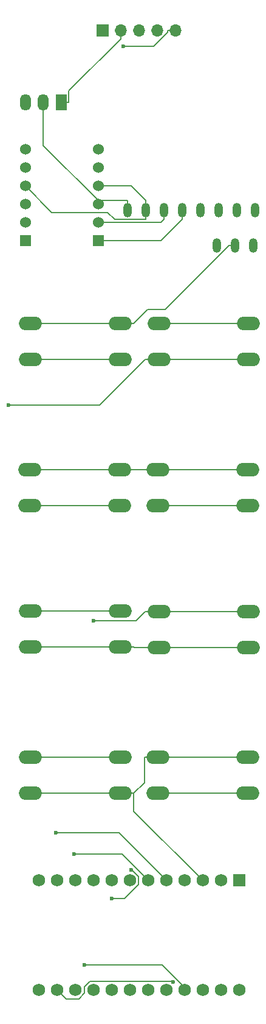
<source format=gbr>
%TF.GenerationSoftware,KiCad,Pcbnew,8.0.6*%
%TF.CreationDate,2025-02-23T20:10:21-06:00*%
%TF.ProjectId,fullycustomcontrolle one hand,66756c6c-7963-4757-9374-6f6d636f6e74,rev?*%
%TF.SameCoordinates,Original*%
%TF.FileFunction,Copper,L2,Bot*%
%TF.FilePolarity,Positive*%
%FSLAX46Y46*%
G04 Gerber Fmt 4.6, Leading zero omitted, Abs format (unit mm)*
G04 Created by KiCad (PCBNEW 8.0.6) date 2025-02-23 20:10:21*
%MOMM*%
%LPD*%
G01*
G04 APERTURE LIST*
%TA.AperFunction,ComponentPad*%
%ADD10O,3.200000X1.900000*%
%TD*%
%TA.AperFunction,ComponentPad*%
%ADD11O,1.200000X2.000000*%
%TD*%
%TA.AperFunction,ComponentPad*%
%ADD12R,1.752600X1.752600*%
%TD*%
%TA.AperFunction,ComponentPad*%
%ADD13C,1.752600*%
%TD*%
%TA.AperFunction,ComponentPad*%
%ADD14R,1.700000X1.700000*%
%TD*%
%TA.AperFunction,ComponentPad*%
%ADD15O,1.700000X1.700000*%
%TD*%
%TA.AperFunction,ComponentPad*%
%ADD16C,1.524000*%
%TD*%
%TA.AperFunction,ComponentPad*%
%ADD17R,1.524000X1.524000*%
%TD*%
%TA.AperFunction,ComponentPad*%
%ADD18R,1.500000X2.300000*%
%TD*%
%TA.AperFunction,ComponentPad*%
%ADD19O,1.500000X2.300000*%
%TD*%
%TA.AperFunction,ViaPad*%
%ADD20C,0.600000*%
%TD*%
%TA.AperFunction,Conductor*%
%ADD21C,0.200000*%
%TD*%
G04 APERTURE END LIST*
D10*
%TO.P,SW9,1,1*%
%TO.N,Net-(SW9-Pad1)*%
X197685000Y-66755000D03*
X210185000Y-66755000D03*
%TO.P,SW9,2,2*%
%TO.N,Net-(U1-B6)*%
X197685000Y-71755000D03*
X210185000Y-71755000D03*
%TD*%
%TO.P,SW8,1,1*%
%TO.N,Net-(SW5-B)*%
X197585000Y-87035000D03*
X210085000Y-87035000D03*
%TO.P,SW8,2,2*%
%TO.N,Net-(U1-B2)*%
X197585000Y-92035000D03*
X210085000Y-92035000D03*
%TD*%
D11*
%TO.P,MPU1,1,VCC*%
%TO.N,Net-(MPU1-VCC)*%
X193330000Y-50950000D03*
%TO.P,MPU1,2,GND*%
%TO.N,Net-(J1-Pin_1)*%
X195870000Y-50950000D03*
%TO.P,MPU1,3,SCL*%
%TO.N,Net-(MPU1-SCL)*%
X198410000Y-50950000D03*
%TO.P,MPU1,4,SDA*%
%TO.N,Net-(MPU1-SDA)*%
X200950000Y-50950000D03*
%TO.P,MPU1,5,XDA*%
%TO.N,unconnected-(MPU1-XDA-Pad5)*%
X203490000Y-50950000D03*
%TO.P,MPU1,6,XCL*%
%TO.N,unconnected-(MPU1-XCL-Pad6)*%
X206030000Y-50950000D03*
%TO.P,MPU1,7,AD0*%
%TO.N,unconnected-(MPU1-AD0-Pad7)*%
X208570000Y-50950000D03*
%TO.P,MPU1,8,INT*%
%TO.N,unconnected-(MPU1-INT-Pad8)*%
X211110000Y-50950000D03*
%TD*%
%TO.P,SW5,1,A*%
%TO.N,Net-(SW5-A)*%
X210820000Y-55880000D03*
%TO.P,SW5,2,B*%
%TO.N,Net-(SW5-B)*%
X208280000Y-55880000D03*
%TO.P,SW5,3,C*%
%TO.N,Net-(SW5-C)*%
X205740000Y-55880000D03*
%TD*%
D10*
%TO.P,SW6,1,1*%
%TO.N,Net-(U1-E6)*%
X192205000Y-92075000D03*
X179705000Y-92075000D03*
%TO.P,SW6,2,2*%
%TO.N,Net-(SW5-B)*%
X192205000Y-87075000D03*
X179705000Y-87075000D03*
%TD*%
D12*
%TO.P,U1,1,TX*%
%TO.N,Net-(SW5-A)*%
X208915000Y-144145000D03*
D13*
%TO.P,U1,2,RX*%
%TO.N,Net-(SW5-C)*%
X206375000Y-144145000D03*
%TO.P,U1,3,GND*%
%TO.N,Net-(SW5-B)*%
X203835000Y-144145000D03*
%TO.P,U1,4,GND*%
%TO.N,Net-(SW9-Pad1)*%
X201295000Y-144145000D03*
%TO.P,U1,5,SDA*%
%TO.N,Net-(U1-SDA)*%
X198755000Y-144145000D03*
%TO.P,U1,6,SCL*%
%TO.N,Net-(U1-SCL)*%
X196215000Y-144145000D03*
%TO.P,U1,7,D4*%
%TO.N,Net-(U1-D4)*%
X193675000Y-144145000D03*
%TO.P,U1,8,C6*%
%TO.N,Net-(U1-C6)*%
X191135000Y-144145000D03*
%TO.P,U1,9,D7*%
%TO.N,Net-(U1-D7)*%
X188595000Y-144145000D03*
%TO.P,U1,10,E6*%
%TO.N,Net-(U1-E6)*%
X186055000Y-144145000D03*
%TO.P,U1,11,B4*%
%TO.N,Net-(U1-B4)*%
X183515000Y-144145000D03*
%TO.P,U1,12,B5*%
%TO.N,Net-(U1-B5)*%
X180975000Y-144145000D03*
%TO.P,U1,13,B6*%
%TO.N,Net-(U1-B6)*%
X180975000Y-159385000D03*
%TO.P,U1,14,B2*%
%TO.N,Net-(U1-B2)*%
X183515000Y-159385000D03*
%TO.P,U1,15,B3*%
%TO.N,unconnected-(U1-B3-Pad15)*%
X186055000Y-159385000D03*
%TO.P,U1,16,B1*%
%TO.N,Net-(J1-Pin_5)*%
X188595000Y-159385000D03*
%TO.P,U1,17,F7*%
%TO.N,Net-(J1-Pin_4)*%
X191135000Y-159385000D03*
%TO.P,U1,18,F6*%
%TO.N,Net-(J1-Pin_3)*%
X193675000Y-159385000D03*
%TO.P,U1,19,F5*%
%TO.N,unconnected-(U1-F5-Pad19)*%
X196215000Y-159385000D03*
%TO.P,U1,20,F4*%
%TO.N,unconnected-(U1-F4-Pad20)*%
X198755000Y-159385000D03*
%TO.P,U1,21,VCC*%
%TO.N,Net-(J1-Pin_2)*%
X201295000Y-159385000D03*
%TO.P,U1,22,RST*%
%TO.N,unconnected-(U1-RST-Pad22)*%
X203835000Y-159385000D03*
%TO.P,U1,23,GND*%
%TO.N,Net-(J1-Pin_1)*%
X206375000Y-159385000D03*
%TO.P,U1,24,RAW*%
%TO.N,unconnected-(U1-RAW-Pad24)*%
X208915000Y-159385000D03*
%TD*%
D10*
%TO.P,SW7,1,1*%
%TO.N,Net-(U1-B4)*%
X179805000Y-106720000D03*
X192305000Y-106720000D03*
%TO.P,SW7,2,2*%
%TO.N,Net-(SW5-B)*%
X179805000Y-111720000D03*
X192305000Y-111720000D03*
%TD*%
D14*
%TO.P,J1,1,Pin_1*%
%TO.N,Net-(J1-Pin_1)*%
X189865000Y-26010000D03*
D15*
%TO.P,J1,2,Pin_2*%
%TO.N,Net-(J1-Pin_2)*%
X192405000Y-26010000D03*
%TO.P,J1,3,Pin_3*%
%TO.N,Net-(J1-Pin_3)*%
X194945000Y-26010000D03*
%TO.P,J1,4,Pin_4*%
%TO.N,Net-(J1-Pin_4)*%
X197485000Y-26010000D03*
%TO.P,J1,5,Pin_5*%
%TO.N,Net-(J1-Pin_5)*%
X200025000Y-26010000D03*
%TD*%
D10*
%TO.P,SW1,1,1*%
%TO.N,Net-(U1-D7)*%
X197685000Y-106760000D03*
X210185000Y-106760000D03*
%TO.P,SW1,2,2*%
%TO.N,Net-(SW5-B)*%
X197685000Y-111760000D03*
X210185000Y-111760000D03*
%TD*%
D16*
%TO.P,U3,GND_1,GND*%
%TO.N,Net-(J1-Pin_1)*%
X179070000Y-47625000D03*
%TO.P,U3,GND_2,GND*%
X189230000Y-47625000D03*
%TO.P,U3,HV,HV*%
%TO.N,Net-(J1-Pin_2)*%
X179070000Y-50165000D03*
D17*
%TO.P,U3,HV1,HV1*%
%TO.N,Net-(U1-SDA)*%
X179070000Y-55245000D03*
D16*
%TO.P,U3,HV2,HV2*%
%TO.N,Net-(U1-SCL)*%
X179070000Y-52705000D03*
%TO.P,U3,HV3,HV3*%
%TO.N,unconnected-(U3-PadHV3)*%
X179070000Y-45085000D03*
%TO.P,U3,HV4,HV4*%
%TO.N,unconnected-(U3-PadHV4)*%
X179070000Y-42545000D03*
%TO.P,U3,LV,LV*%
%TO.N,Net-(MPU1-VCC)*%
X189230000Y-50165000D03*
D17*
%TO.P,U3,LV1,LV1*%
%TO.N,Net-(MPU1-SDA)*%
X189230000Y-55245000D03*
D16*
%TO.P,U3,LV2,LV2*%
%TO.N,Net-(MPU1-SCL)*%
X189230000Y-52705000D03*
%TO.P,U3,LV3,LV3*%
%TO.N,unconnected-(U3-PadLV3)*%
X189230000Y-45085000D03*
%TO.P,U3,LV4,LV4*%
%TO.N,unconnected-(U3-PadLV4)*%
X189230000Y-42545000D03*
%TD*%
D10*
%TO.P,SW2,1,1*%
%TO.N,Net-(U1-D4)*%
X210085000Y-132040000D03*
X197585000Y-132040000D03*
%TO.P,SW2,2,2*%
%TO.N,Net-(SW5-B)*%
X210085000Y-127040000D03*
X197585000Y-127040000D03*
%TD*%
%TO.P,SW3,1,1*%
%TO.N,Net-(U1-B5)*%
X192305000Y-71715000D03*
X179805000Y-71715000D03*
%TO.P,SW3,2,2*%
%TO.N,Net-(SW5-B)*%
X192305000Y-66715000D03*
X179805000Y-66715000D03*
%TD*%
D18*
%TO.P,U2,1,IN*%
%TO.N,Net-(J1-Pin_2)*%
X184100000Y-36015000D03*
D19*
%TO.P,U2,2,OUT*%
%TO.N,Net-(MPU1-VCC)*%
X181560000Y-36015000D03*
%TO.P,U2,3,GND*%
%TO.N,Net-(J1-Pin_1)*%
X179110000Y-36015000D03*
%TD*%
D10*
%TO.P,SW4,1,1*%
%TO.N,Net-(U1-C6)*%
X179805000Y-127040000D03*
X192305000Y-127040000D03*
%TO.P,SW4,2,2*%
%TO.N,Net-(SW5-B)*%
X179805000Y-132040000D03*
X192305000Y-132040000D03*
%TD*%
D20*
%TO.N,Net-(U1-B6)*%
X176728400Y-78107200D03*
%TO.N,Net-(U1-SDA)*%
X183328600Y-137523200D03*
%TO.N,Net-(U1-B2)*%
X199669900Y-158284100D03*
%TO.N,Net-(U1-SCL)*%
X185869200Y-140494000D03*
%TO.N,Net-(J1-Pin_5)*%
X192764700Y-28216700D03*
%TO.N,Net-(J1-Pin_4)*%
X193848900Y-142670600D03*
X191135000Y-146649500D03*
%TO.N,Net-(U1-D7)*%
X188555400Y-108063400D03*
%TO.N,Net-(J1-Pin_2)*%
X187325000Y-155879700D03*
%TD*%
D21*
%TO.N,Net-(SW9-Pad1)*%
X210185000Y-66755000D02*
X197685000Y-66755000D01*
%TO.N,Net-(U1-B6)*%
X210185000Y-71755000D02*
X197685000Y-71755000D01*
X189431100Y-78107200D02*
X195783300Y-71755000D01*
X176728400Y-78107200D02*
X189431100Y-78107200D01*
X197685000Y-71755000D02*
X195783300Y-71755000D01*
%TO.N,Net-(SW5-B)*%
X194206700Y-134516700D02*
X194206700Y-132040000D01*
X203835000Y-144145000D02*
X194206700Y-134516700D01*
X208280000Y-55880000D02*
X207378300Y-55880000D01*
X179805000Y-66715000D02*
X192305000Y-66715000D01*
X207378300Y-55976700D02*
X207378300Y-55880000D01*
X198541700Y-64813300D02*
X207378300Y-55976700D01*
X196108400Y-64813300D02*
X198541700Y-64813300D01*
X194206700Y-66715000D02*
X196108400Y-64813300D01*
X192305000Y-66715000D02*
X194206700Y-66715000D01*
X197585000Y-127040000D02*
X210085000Y-127040000D01*
X195683300Y-130563400D02*
X194206700Y-132040000D01*
X195683300Y-127040000D02*
X195683300Y-130563400D01*
X197585000Y-127040000D02*
X195683300Y-127040000D01*
X179705000Y-87075000D02*
X192205000Y-87075000D01*
X195643300Y-87075000D02*
X195683300Y-87035000D01*
X192205000Y-87075000D02*
X195643300Y-87075000D01*
X197585000Y-87035000D02*
X195683300Y-87035000D01*
X193255900Y-132040000D02*
X194206700Y-132040000D01*
X193255900Y-132040000D02*
X192305000Y-132040000D01*
X192305000Y-132040000D02*
X179805000Y-132040000D01*
X210185000Y-111760000D02*
X197685000Y-111760000D01*
X194246700Y-111760000D02*
X194206700Y-111720000D01*
X197685000Y-111760000D02*
X194246700Y-111760000D01*
X193255900Y-111720000D02*
X194206700Y-111720000D01*
X193255900Y-111720000D02*
X192305000Y-111720000D01*
X192305000Y-111720000D02*
X179805000Y-111720000D01*
X210085000Y-87035000D02*
X197585000Y-87035000D01*
%TO.N,Net-(U1-C6)*%
X192305000Y-127040000D02*
X179805000Y-127040000D01*
%TO.N,Net-(U1-B4)*%
X192305000Y-106720000D02*
X179805000Y-106720000D01*
%TO.N,Net-(U1-SDA)*%
X192133200Y-137523200D02*
X198755000Y-144145000D01*
X183328600Y-137523200D02*
X192133200Y-137523200D01*
%TO.N,Net-(U1-B2)*%
X210085000Y-92035000D02*
X197585000Y-92035000D01*
X199522200Y-158136400D02*
X199669900Y-158284100D01*
X188100100Y-158136400D02*
X199522200Y-158136400D01*
X187325000Y-158911500D02*
X188100100Y-158136400D01*
X187325000Y-159815300D02*
X187325000Y-158911500D01*
X186532300Y-160608000D02*
X187325000Y-159815300D01*
X184738000Y-160608000D02*
X186532300Y-160608000D01*
X183515000Y-159385000D02*
X184738000Y-160608000D01*
%TO.N,Net-(U1-E6)*%
X179705000Y-92075000D02*
X192205000Y-92075000D01*
%TO.N,Net-(U1-SCL)*%
X192564000Y-140494000D02*
X196215000Y-144145000D01*
X185869200Y-140494000D02*
X192564000Y-140494000D01*
%TO.N,Net-(J1-Pin_5)*%
X198873300Y-26278500D02*
X198873300Y-26010000D01*
X196935100Y-28216700D02*
X198873300Y-26278500D01*
X192764700Y-28216700D02*
X196935100Y-28216700D01*
X200025000Y-26010000D02*
X198873300Y-26010000D01*
%TO.N,Net-(J1-Pin_4)*%
X193890400Y-142670600D02*
X193848900Y-142670600D01*
X194856000Y-143636200D02*
X193890400Y-142670600D01*
X194856000Y-144710900D02*
X194856000Y-143636200D01*
X192917400Y-146649500D02*
X194856000Y-144710900D01*
X191135000Y-146649500D02*
X192917400Y-146649500D01*
%TO.N,Net-(U1-B5)*%
X179805000Y-71715000D02*
X192305000Y-71715000D01*
%TO.N,Net-(U1-D4)*%
X197585000Y-132040000D02*
X210085000Y-132040000D01*
%TO.N,Net-(U1-D7)*%
X194479900Y-108063400D02*
X188555400Y-108063400D01*
X195783300Y-106760000D02*
X194479900Y-108063400D01*
X197685000Y-106760000D02*
X195783300Y-106760000D01*
X210185000Y-106760000D02*
X197685000Y-106760000D01*
%TO.N,Net-(J1-Pin_2)*%
X185151700Y-34415000D02*
X192405000Y-27161700D01*
X185151700Y-36015000D02*
X185151700Y-34415000D01*
X184100000Y-36015000D02*
X185151700Y-36015000D01*
X192405000Y-26010000D02*
X192405000Y-27161700D01*
X198116400Y-155879700D02*
X187325000Y-155879700D01*
X201295000Y-159058300D02*
X198116400Y-155879700D01*
X201295000Y-159385000D02*
X201295000Y-159058300D01*
%TO.N,Net-(MPU1-SCL)*%
X198410000Y-50950000D02*
X198410000Y-52251700D01*
X197956700Y-52705000D02*
X198410000Y-52251700D01*
X189230000Y-52705000D02*
X197956700Y-52705000D01*
%TO.N,Net-(J1-Pin_1)*%
X193846700Y-47625000D02*
X195870000Y-49648300D01*
X189230000Y-47625000D02*
X193846700Y-47625000D01*
X195870000Y-50950000D02*
X195870000Y-49648300D01*
X191530300Y-52251700D02*
X195870000Y-52251700D01*
X190572000Y-51293400D02*
X191530300Y-52251700D01*
X182738400Y-51293400D02*
X190572000Y-51293400D01*
X179070000Y-47625000D02*
X182738400Y-51293400D01*
X195870000Y-50950000D02*
X195870000Y-52251700D01*
%TO.N,Net-(MPU1-VCC)*%
X193330000Y-50950000D02*
X193330000Y-49648300D01*
X189230000Y-50165000D02*
X189230000Y-49648300D01*
X181560000Y-41978300D02*
X189230000Y-49648300D01*
X181560000Y-36015000D02*
X181560000Y-41978300D01*
X189230000Y-49648300D02*
X193330000Y-49648300D01*
%TO.N,Net-(MPU1-SDA)*%
X200950000Y-50950000D02*
X200950000Y-52251700D01*
X197956700Y-55245000D02*
X200950000Y-52251700D01*
X189230000Y-55245000D02*
X197956700Y-55245000D01*
%TD*%
M02*

</source>
